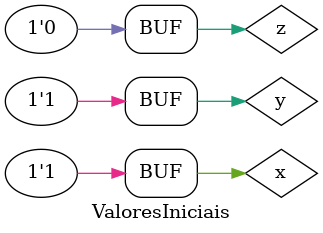
<source format=v>


module A (output a, input x,y,z);

	assign a = ~x & ~(~y | z); 

endmodule



module B (output b, input x, y, z);

	assign b = ~(~x | y) & ~z;

endmodule



module C (output c, input x, y, z);

	assign c = ~(~x | ~y) & ~z;

endmodule



module D (output d, input x, y, z);

	assign d = ~(x & y) | ~z;

endmodule



module E (output e, input x, y, z);

	assign e = (~x | y) & (x | ~z);

endmodule


module ValoresIniciais;

reg x, y, z;
wire a, b, c, d, e;

	A letraA (a, x, y, z);
	B letraB (b, x, y, z);
	C letraC (c, x, y, z);
	D letraD (d, x, y, z);
	E letraE (e, x, y, z);	

initial
begin : start

	x = 1'bx;
	y = 1'bx;
	z = 1'bx;

end

initial
begin : main

	$display("Exemplo - Lucas Santiago de Oliveira - 650888");
	$display("Expressoes booleanas");
	
	$display(" x  y  z =  a  b  c  d  e");
	$monitor("%2b %2b %2b = %2b %2b %2b %2b %2b", x, y, z, a, b, c, d, e);
		
	#1 x = 0; y = 0; z = 0;
	#1 x = 0; y = 0; z = 1;
	#1 x = 0; y = 1; z = 0;
	#1 x = 0; y = 1; z = 1;
	#1 x = 1; y = 0; z = 1;
	#1 x = 1; y = 1; z = 1;
	#1 x = 1; y = 0; z = 0;
	#1 x = 1; y = 1; z = 0;

end
endmodule

</source>
